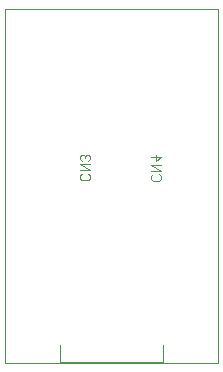
<source format=gbo>
G75*
%MOIN*%
%OFA0B0*%
%FSLAX25Y25*%
%IPPOS*%
%LPD*%
%AMOC8*
5,1,8,0,0,1.08239X$1,22.5*
%
%ADD10C,0.00000*%
%ADD11C,0.00394*%
%ADD12C,0.00400*%
D10*
X0029754Y0037982D02*
X0029754Y0156093D01*
X0100620Y0156093D01*
X0100620Y0037982D01*
X0029754Y0037982D01*
D11*
X0048061Y0038258D02*
X0082313Y0038258D01*
X0082313Y0044163D01*
X0048061Y0044163D02*
X0048061Y0038258D01*
D12*
X0055318Y0098986D02*
X0054801Y0099504D01*
X0054801Y0100538D01*
X0055318Y0101055D01*
X0054801Y0102209D02*
X0057903Y0102209D01*
X0054801Y0104278D01*
X0057903Y0104278D01*
X0057386Y0105432D02*
X0057903Y0105949D01*
X0057903Y0106983D01*
X0057386Y0107500D01*
X0056869Y0107500D01*
X0056352Y0106983D01*
X0055835Y0107500D01*
X0055318Y0107500D01*
X0054801Y0106983D01*
X0054801Y0105949D01*
X0055318Y0105432D01*
X0056352Y0106466D02*
X0056352Y0106983D01*
X0057386Y0101055D02*
X0057903Y0100538D01*
X0057903Y0099504D01*
X0057386Y0098986D01*
X0055318Y0098986D01*
X0078379Y0099329D02*
X0078379Y0100364D01*
X0078897Y0100881D01*
X0078379Y0102035D02*
X0081482Y0102035D01*
X0078379Y0104103D01*
X0081482Y0104103D01*
X0079931Y0105258D02*
X0079931Y0107326D01*
X0081482Y0106809D02*
X0079931Y0105258D01*
X0081482Y0106809D02*
X0078379Y0106809D01*
X0080965Y0100881D02*
X0081482Y0100364D01*
X0081482Y0099329D01*
X0080965Y0098812D01*
X0078897Y0098812D01*
X0078379Y0099329D01*
M02*

</source>
